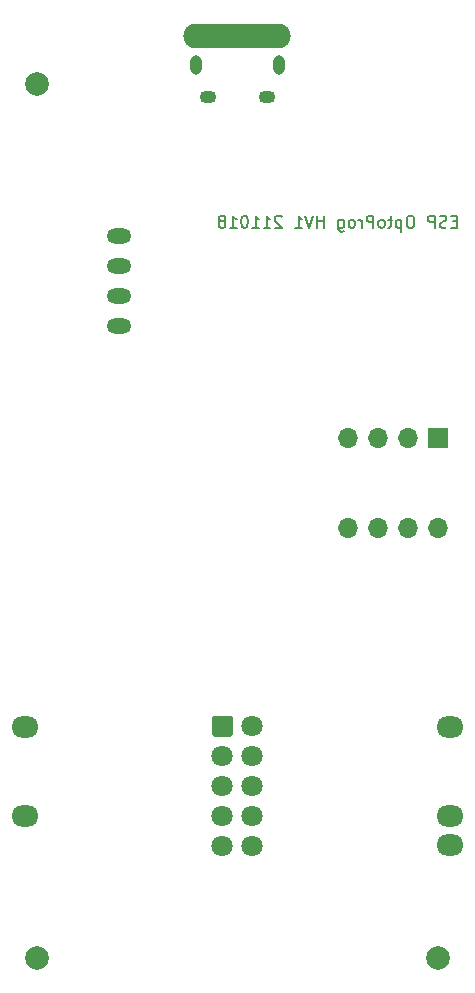
<source format=gbr>
%TF.GenerationSoftware,KiCad,Pcbnew,(5.1.10)-1*%
%TF.CreationDate,2021-10-19T08:52:40+02:00*%
%TF.ProjectId,EspOptoProg,4573704f-7074-46f5-9072-6f672e6b6963,rev?*%
%TF.SameCoordinates,Original*%
%TF.FileFunction,Soldermask,Bot*%
%TF.FilePolarity,Negative*%
%FSLAX46Y46*%
G04 Gerber Fmt 4.6, Leading zero omitted, Abs format (unit mm)*
G04 Created by KiCad (PCBNEW (5.1.10)-1) date 2021-10-19 08:52:40*
%MOMM*%
%LPD*%
G01*
G04 APERTURE LIST*
%ADD10C,0.150000*%
%ADD11C,2.000000*%
%ADD12O,2.100000X1.300000*%
%ADD13O,1.700000X1.700000*%
%ADD14C,1.800000*%
%ADD15O,2.300000X1.800000*%
%ADD16O,9.100000X2.100000*%
%ADD17O,1.000000X1.650000*%
%ADD18O,1.400000X1.100000*%
G04 APERTURE END LIST*
D10*
X38547619Y65321428D02*
X38214285Y65321428D01*
X38071428Y64797619D02*
X38547619Y64797619D01*
X38547619Y65797619D01*
X38071428Y65797619D01*
X37690476Y64845238D02*
X37547619Y64797619D01*
X37309523Y64797619D01*
X37214285Y64845238D01*
X37166666Y64892857D01*
X37119047Y64988095D01*
X37119047Y65083333D01*
X37166666Y65178571D01*
X37214285Y65226190D01*
X37309523Y65273809D01*
X37500000Y65321428D01*
X37595238Y65369047D01*
X37642857Y65416666D01*
X37690476Y65511904D01*
X37690476Y65607142D01*
X37642857Y65702380D01*
X37595238Y65750000D01*
X37500000Y65797619D01*
X37261904Y65797619D01*
X37119047Y65750000D01*
X36690476Y64797619D02*
X36690476Y65797619D01*
X36309523Y65797619D01*
X36214285Y65750000D01*
X36166666Y65702380D01*
X36119047Y65607142D01*
X36119047Y65464285D01*
X36166666Y65369047D01*
X36214285Y65321428D01*
X36309523Y65273809D01*
X36690476Y65273809D01*
X34738095Y65797619D02*
X34547619Y65797619D01*
X34452380Y65750000D01*
X34357142Y65654761D01*
X34309523Y65464285D01*
X34309523Y65130952D01*
X34357142Y64940476D01*
X34452380Y64845238D01*
X34547619Y64797619D01*
X34738095Y64797619D01*
X34833333Y64845238D01*
X34928571Y64940476D01*
X34976190Y65130952D01*
X34976190Y65464285D01*
X34928571Y65654761D01*
X34833333Y65750000D01*
X34738095Y65797619D01*
X33880952Y65464285D02*
X33880952Y64464285D01*
X33880952Y65416666D02*
X33785714Y65464285D01*
X33595238Y65464285D01*
X33500000Y65416666D01*
X33452380Y65369047D01*
X33404761Y65273809D01*
X33404761Y64988095D01*
X33452380Y64892857D01*
X33500000Y64845238D01*
X33595238Y64797619D01*
X33785714Y64797619D01*
X33880952Y64845238D01*
X33119047Y65464285D02*
X32738095Y65464285D01*
X32976190Y65797619D02*
X32976190Y64940476D01*
X32928571Y64845238D01*
X32833333Y64797619D01*
X32738095Y64797619D01*
X32261904Y64797619D02*
X32357142Y64845238D01*
X32404761Y64892857D01*
X32452380Y64988095D01*
X32452380Y65273809D01*
X32404761Y65369047D01*
X32357142Y65416666D01*
X32261904Y65464285D01*
X32119047Y65464285D01*
X32023809Y65416666D01*
X31976190Y65369047D01*
X31928571Y65273809D01*
X31928571Y64988095D01*
X31976190Y64892857D01*
X32023809Y64845238D01*
X32119047Y64797619D01*
X32261904Y64797619D01*
X31500000Y64797619D02*
X31500000Y65797619D01*
X31119047Y65797619D01*
X31023809Y65750000D01*
X30976190Y65702380D01*
X30928571Y65607142D01*
X30928571Y65464285D01*
X30976190Y65369047D01*
X31023809Y65321428D01*
X31119047Y65273809D01*
X31500000Y65273809D01*
X30500000Y64797619D02*
X30500000Y65464285D01*
X30500000Y65273809D02*
X30452380Y65369047D01*
X30404761Y65416666D01*
X30309523Y65464285D01*
X30214285Y65464285D01*
X29738095Y64797619D02*
X29833333Y64845238D01*
X29880952Y64892857D01*
X29928571Y64988095D01*
X29928571Y65273809D01*
X29880952Y65369047D01*
X29833333Y65416666D01*
X29738095Y65464285D01*
X29595238Y65464285D01*
X29500000Y65416666D01*
X29452380Y65369047D01*
X29404761Y65273809D01*
X29404761Y64988095D01*
X29452380Y64892857D01*
X29500000Y64845238D01*
X29595238Y64797619D01*
X29738095Y64797619D01*
X28547619Y65464285D02*
X28547619Y64654761D01*
X28595238Y64559523D01*
X28642857Y64511904D01*
X28738095Y64464285D01*
X28880952Y64464285D01*
X28976190Y64511904D01*
X28547619Y64845238D02*
X28642857Y64797619D01*
X28833333Y64797619D01*
X28928571Y64845238D01*
X28976190Y64892857D01*
X29023809Y64988095D01*
X29023809Y65273809D01*
X28976190Y65369047D01*
X28928571Y65416666D01*
X28833333Y65464285D01*
X28642857Y65464285D01*
X28547619Y65416666D01*
X27309523Y64797619D02*
X27309523Y65797619D01*
X27309523Y65321428D02*
X26738095Y65321428D01*
X26738095Y64797619D02*
X26738095Y65797619D01*
X26404761Y65797619D02*
X26071428Y64797619D01*
X25738095Y65797619D01*
X24880952Y64797619D02*
X25452380Y64797619D01*
X25166666Y64797619D02*
X25166666Y65797619D01*
X25261904Y65654761D01*
X25357142Y65559523D01*
X25452380Y65511904D01*
X23738095Y65702380D02*
X23690476Y65750000D01*
X23595238Y65797619D01*
X23357142Y65797619D01*
X23261904Y65750000D01*
X23214285Y65702380D01*
X23166666Y65607142D01*
X23166666Y65511904D01*
X23214285Y65369047D01*
X23785714Y64797619D01*
X23166666Y64797619D01*
X22214285Y64797619D02*
X22785714Y64797619D01*
X22500000Y64797619D02*
X22500000Y65797619D01*
X22595238Y65654761D01*
X22690476Y65559523D01*
X22785714Y65511904D01*
X21261904Y64797619D02*
X21833333Y64797619D01*
X21547619Y64797619D02*
X21547619Y65797619D01*
X21642857Y65654761D01*
X21738095Y65559523D01*
X21833333Y65511904D01*
X20642857Y65797619D02*
X20547619Y65797619D01*
X20452380Y65750000D01*
X20404761Y65702380D01*
X20357142Y65607142D01*
X20309523Y65416666D01*
X20309523Y65178571D01*
X20357142Y64988095D01*
X20404761Y64892857D01*
X20452380Y64845238D01*
X20547619Y64797619D01*
X20642857Y64797619D01*
X20738095Y64845238D01*
X20785714Y64892857D01*
X20833333Y64988095D01*
X20880952Y65178571D01*
X20880952Y65416666D01*
X20833333Y65607142D01*
X20785714Y65702380D01*
X20738095Y65750000D01*
X20642857Y65797619D01*
X19357142Y64797619D02*
X19928571Y64797619D01*
X19642857Y64797619D02*
X19642857Y65797619D01*
X19738095Y65654761D01*
X19833333Y65559523D01*
X19928571Y65511904D01*
X18785714Y65369047D02*
X18880952Y65416666D01*
X18928571Y65464285D01*
X18976190Y65559523D01*
X18976190Y65607142D01*
X18928571Y65702380D01*
X18880952Y65750000D01*
X18785714Y65797619D01*
X18595238Y65797619D01*
X18500000Y65750000D01*
X18452380Y65702380D01*
X18404761Y65607142D01*
X18404761Y65559523D01*
X18452380Y65464285D01*
X18500000Y65416666D01*
X18595238Y65369047D01*
X18785714Y65369047D01*
X18880952Y65321428D01*
X18928571Y65273809D01*
X18976190Y65178571D01*
X18976190Y64988095D01*
X18928571Y64892857D01*
X18880952Y64845238D01*
X18785714Y64797619D01*
X18595238Y64797619D01*
X18500000Y64845238D01*
X18452380Y64892857D01*
X18404761Y64988095D01*
X18404761Y65178571D01*
X18452380Y65273809D01*
X18500000Y65321428D01*
X18595238Y65369047D01*
D11*
%TO.C,FID6*%
X37000000Y3000000D03*
%TD*%
%TO.C,FID5*%
X3000000Y3000000D03*
%TD*%
%TO.C,FID4*%
X3000000Y77000000D03*
%TD*%
D12*
%TO.C,U50*%
X10000000Y56440000D03*
X10000000Y58980000D03*
X10000000Y61520000D03*
X10000000Y64060000D03*
%TD*%
D13*
%TO.C,J30*%
X37000000Y39380000D03*
X29380000Y47000000D03*
X34460000Y39380000D03*
X31920000Y47000000D03*
X31920000Y39380000D03*
X34460000Y47000000D03*
X29380000Y39380000D03*
G36*
G01*
X36200000Y47850000D02*
X37800000Y47850000D01*
G75*
G02*
X37850000Y47800000I0J-50000D01*
G01*
X37850000Y46200000D01*
G75*
G02*
X37800000Y46150000I-50000J0D01*
G01*
X36200000Y46150000D01*
G75*
G02*
X36150000Y46200000I0J50000D01*
G01*
X36150000Y47800000D01*
G75*
G02*
X36200000Y47850000I50000J0D01*
G01*
G37*
%TD*%
D14*
%TO.C,J40*%
X21270000Y12420000D03*
X21270000Y14960000D03*
X21270000Y17500000D03*
X21270000Y20040000D03*
X21270000Y22580000D03*
X18730000Y12420000D03*
X18730000Y14960000D03*
X18730000Y17500000D03*
X18730000Y20040000D03*
G36*
G01*
X17830000Y21944705D02*
X17830000Y23215295D01*
G75*
G02*
X18094705Y23480000I264705J0D01*
G01*
X19365295Y23480000D01*
G75*
G02*
X19630000Y23215295I0J-264705D01*
G01*
X19630000Y21944705D01*
G75*
G02*
X19365295Y21680000I-264705J0D01*
G01*
X18094705Y21680000D01*
G75*
G02*
X17830000Y21944705I0J264705D01*
G01*
G37*
%TD*%
D15*
%TO.C,TP45*%
X2000000Y15000000D03*
%TD*%
%TO.C,TP44*%
X2000000Y22500000D03*
%TD*%
%TO.C,TP43*%
X38000000Y12500000D03*
%TD*%
%TO.C,TP42*%
X38000000Y15000000D03*
%TD*%
%TO.C,TP41*%
X38000000Y22500000D03*
%TD*%
D16*
%TO.C,K10*%
X20000000Y81050000D03*
D17*
X16500000Y78550000D03*
D18*
X22500000Y75850000D03*
X17500000Y75850000D03*
D17*
X23500000Y78550000D03*
%TD*%
M02*

</source>
